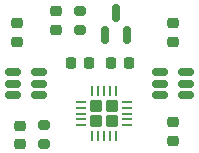
<source format=gbr>
%TF.GenerationSoftware,KiCad,Pcbnew,7.0.7*%
%TF.CreationDate,2023-11-23T23:21:53+10:30*%
%TF.ProjectId,ring_pcb_IR,72696e67-5f70-4636-925f-49522e6b6963,rev?*%
%TF.SameCoordinates,Original*%
%TF.FileFunction,Paste,Top*%
%TF.FilePolarity,Positive*%
%FSLAX46Y46*%
G04 Gerber Fmt 4.6, Leading zero omitted, Abs format (unit mm)*
G04 Created by KiCad (PCBNEW 7.0.7) date 2023-11-23 23:21:53*
%MOMM*%
%LPD*%
G01*
G04 APERTURE LIST*
G04 Aperture macros list*
%AMRoundRect*
0 Rectangle with rounded corners*
0 $1 Rounding radius*
0 $2 $3 $4 $5 $6 $7 $8 $9 X,Y pos of 4 corners*
0 Add a 4 corners polygon primitive as box body*
4,1,4,$2,$3,$4,$5,$6,$7,$8,$9,$2,$3,0*
0 Add four circle primitives for the rounded corners*
1,1,$1+$1,$2,$3*
1,1,$1+$1,$4,$5*
1,1,$1+$1,$6,$7*
1,1,$1+$1,$8,$9*
0 Add four rect primitives between the rounded corners*
20,1,$1+$1,$2,$3,$4,$5,0*
20,1,$1+$1,$4,$5,$6,$7,0*
20,1,$1+$1,$6,$7,$8,$9,0*
20,1,$1+$1,$8,$9,$2,$3,0*%
G04 Aperture macros list end*
%ADD10RoundRect,0.200000X0.275000X-0.200000X0.275000X0.200000X-0.275000X0.200000X-0.275000X-0.200000X0*%
%ADD11RoundRect,0.225000X-0.225000X-0.250000X0.225000X-0.250000X0.225000X0.250000X-0.225000X0.250000X0*%
%ADD12RoundRect,0.150000X0.150000X-0.587500X0.150000X0.587500X-0.150000X0.587500X-0.150000X-0.587500X0*%
%ADD13RoundRect,0.218750X0.256250X-0.218750X0.256250X0.218750X-0.256250X0.218750X-0.256250X-0.218750X0*%
%ADD14RoundRect,0.218750X-0.256250X0.218750X-0.256250X-0.218750X0.256250X-0.218750X0.256250X0.218750X0*%
%ADD15RoundRect,0.150000X0.512500X0.150000X-0.512500X0.150000X-0.512500X-0.150000X0.512500X-0.150000X0*%
%ADD16RoundRect,0.250000X-0.275000X-0.275000X0.275000X-0.275000X0.275000X0.275000X-0.275000X0.275000X0*%
%ADD17RoundRect,0.062500X-0.362500X-0.062500X0.362500X-0.062500X0.362500X0.062500X-0.362500X0.062500X0*%
%ADD18RoundRect,0.062500X-0.062500X-0.362500X0.062500X-0.362500X0.062500X0.362500X-0.062500X0.362500X0*%
%ADD19RoundRect,0.225000X0.225000X0.250000X-0.225000X0.250000X-0.225000X-0.250000X0.225000X-0.250000X0*%
%ADD20RoundRect,0.150000X-0.512500X-0.150000X0.512500X-0.150000X0.512500X0.150000X-0.512500X0.150000X0*%
G04 APERTURE END LIST*
D10*
%TO.C,R1*%
X132334000Y-116395000D03*
X132334000Y-114745000D03*
%TD*%
D11*
%TO.C,C1*%
X134607000Y-109474000D03*
X136157000Y-109474000D03*
%TD*%
D12*
%TO.C,Q1*%
X137480000Y-107109500D03*
X139380000Y-107109500D03*
X138430000Y-105234500D03*
%TD*%
D13*
%TO.C,D3*%
X130048000Y-107721500D03*
X130048000Y-106146500D03*
%TD*%
D14*
%TO.C,D1*%
X130302000Y-114808000D03*
X130302000Y-116383000D03*
%TD*%
%TO.C,D4*%
X143256000Y-114528500D03*
X143256000Y-116103500D03*
%TD*%
D15*
%TO.C,Q2*%
X144393500Y-112202000D03*
X144393500Y-111252000D03*
X144393500Y-110302000D03*
X142118500Y-110302000D03*
X142118500Y-111252000D03*
X142118500Y-112202000D03*
%TD*%
D13*
%TO.C,D2*%
X143256000Y-107721500D03*
X143256000Y-106146500D03*
%TD*%
D16*
%TO.C,U2*%
X136764000Y-113142000D03*
X136764000Y-114442000D03*
X138064000Y-113142000D03*
X138064000Y-114442000D03*
D17*
X135489000Y-112792000D03*
X135489000Y-113292000D03*
X135489000Y-113792000D03*
X135489000Y-114292000D03*
X135489000Y-114792000D03*
D18*
X136414000Y-115717000D03*
X136914000Y-115717000D03*
X137414000Y-115717000D03*
X137914000Y-115717000D03*
X138414000Y-115717000D03*
D17*
X139339000Y-114792000D03*
X139339000Y-114292000D03*
X139339000Y-113792000D03*
X139339000Y-113292000D03*
X139339000Y-112792000D03*
D18*
X138414000Y-111867000D03*
X137914000Y-111867000D03*
X137414000Y-111867000D03*
X136914000Y-111867000D03*
X136414000Y-111867000D03*
%TD*%
D19*
%TO.C,C2*%
X139560600Y-109474000D03*
X138010600Y-109474000D03*
%TD*%
D20*
%TO.C,Q3*%
X129672500Y-110302000D03*
X129672500Y-111252000D03*
X129672500Y-112202000D03*
X131947500Y-112202000D03*
X131947500Y-111252000D03*
X131947500Y-110302000D03*
%TD*%
D13*
%TO.C,D5*%
X133350000Y-106705500D03*
X133350000Y-105130500D03*
%TD*%
D10*
%TO.C,R2*%
X135382000Y-106743000D03*
X135382000Y-105093000D03*
%TD*%
M02*

</source>
